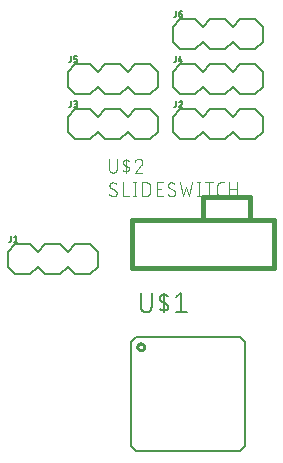
<source format=gbr>
G04 EAGLE Gerber RS-274X export*
G75*
%MOMM*%
%FSLAX34Y34*%
%LPD*%
%INSilkscreen Top*%
%IPPOS*%
%AMOC8*
5,1,8,0,0,1.08239X$1,22.5*%
G01*
%ADD10C,0.203200*%
%ADD11C,0.127000*%
%ADD12C,0.254000*%
%ADD13C,0.152400*%
%ADD14C,0.406400*%
%ADD15C,0.101600*%


D10*
X292100Y361950D02*
X298450Y368300D01*
X311150Y368300D01*
X317500Y361950D01*
X317500Y349250D02*
X311150Y342900D01*
X298450Y342900D01*
X292100Y349250D01*
X260350Y368300D02*
X247650Y368300D01*
X260350Y368300D02*
X266700Y361950D01*
X266700Y349250D02*
X260350Y342900D01*
X266700Y361950D02*
X273050Y368300D01*
X285750Y368300D01*
X292100Y361950D01*
X292100Y349250D02*
X285750Y342900D01*
X273050Y342900D01*
X266700Y349250D01*
X241300Y349250D02*
X241300Y361950D01*
X247650Y368300D01*
X241300Y349250D02*
X247650Y342900D01*
X260350Y342900D01*
X317500Y349250D02*
X317500Y361950D01*
D11*
X243544Y371277D02*
X243544Y375031D01*
X243543Y371277D02*
X243541Y371212D01*
X243535Y371148D01*
X243525Y371084D01*
X243512Y371020D01*
X243494Y370958D01*
X243473Y370897D01*
X243449Y370837D01*
X243420Y370779D01*
X243388Y370722D01*
X243353Y370668D01*
X243315Y370616D01*
X243273Y370566D01*
X243229Y370519D01*
X243182Y370475D01*
X243132Y370433D01*
X243080Y370395D01*
X243026Y370360D01*
X242969Y370328D01*
X242911Y370299D01*
X242851Y370275D01*
X242790Y370254D01*
X242728Y370236D01*
X242664Y370223D01*
X242600Y370213D01*
X242536Y370207D01*
X242471Y370205D01*
X241935Y370205D01*
X246492Y373959D02*
X247832Y375031D01*
X247832Y370205D01*
X246492Y370205D02*
X249173Y370205D01*
D10*
X431800Y476250D02*
X438150Y482600D01*
X450850Y482600D01*
X457200Y476250D01*
X457200Y463550D02*
X450850Y457200D01*
X438150Y457200D01*
X431800Y463550D01*
X400050Y482600D02*
X387350Y482600D01*
X400050Y482600D02*
X406400Y476250D01*
X406400Y463550D02*
X400050Y457200D01*
X406400Y476250D02*
X412750Y482600D01*
X425450Y482600D01*
X431800Y476250D01*
X431800Y463550D02*
X425450Y457200D01*
X412750Y457200D01*
X406400Y463550D01*
X381000Y463550D02*
X381000Y476250D01*
X387350Y482600D01*
X381000Y463550D02*
X387350Y457200D01*
X400050Y457200D01*
X457200Y463550D02*
X457200Y476250D01*
D11*
X383244Y485577D02*
X383244Y489331D01*
X383243Y485577D02*
X383241Y485512D01*
X383235Y485448D01*
X383225Y485384D01*
X383212Y485320D01*
X383194Y485258D01*
X383173Y485197D01*
X383149Y485137D01*
X383120Y485079D01*
X383088Y485022D01*
X383053Y484968D01*
X383015Y484916D01*
X382973Y484866D01*
X382929Y484819D01*
X382882Y484775D01*
X382832Y484733D01*
X382780Y484695D01*
X382726Y484660D01*
X382669Y484628D01*
X382611Y484599D01*
X382551Y484575D01*
X382490Y484554D01*
X382428Y484536D01*
X382364Y484523D01*
X382300Y484513D01*
X382236Y484507D01*
X382171Y484505D01*
X381635Y484505D01*
X387666Y489331D02*
X387734Y489329D01*
X387801Y489323D01*
X387868Y489314D01*
X387935Y489301D01*
X388000Y489284D01*
X388065Y489263D01*
X388128Y489239D01*
X388190Y489211D01*
X388250Y489180D01*
X388308Y489146D01*
X388364Y489108D01*
X388419Y489068D01*
X388470Y489024D01*
X388519Y488977D01*
X388566Y488928D01*
X388610Y488877D01*
X388650Y488822D01*
X388688Y488766D01*
X388722Y488708D01*
X388753Y488648D01*
X388781Y488586D01*
X388805Y488523D01*
X388826Y488458D01*
X388843Y488393D01*
X388856Y488326D01*
X388865Y488259D01*
X388871Y488192D01*
X388873Y488124D01*
X387666Y489331D02*
X387588Y489329D01*
X387510Y489323D01*
X387433Y489313D01*
X387356Y489300D01*
X387280Y489282D01*
X387205Y489261D01*
X387131Y489236D01*
X387059Y489207D01*
X386988Y489175D01*
X386919Y489139D01*
X386851Y489100D01*
X386786Y489057D01*
X386723Y489011D01*
X386662Y488962D01*
X386604Y488910D01*
X386549Y488855D01*
X386496Y488798D01*
X386447Y488738D01*
X386400Y488675D01*
X386357Y488611D01*
X386317Y488544D01*
X386280Y488475D01*
X386247Y488404D01*
X386217Y488332D01*
X386191Y488259D01*
X388471Y487186D02*
X388520Y487235D01*
X388567Y487287D01*
X388610Y487342D01*
X388651Y487399D01*
X388689Y487458D01*
X388723Y487519D01*
X388754Y487582D01*
X388782Y487646D01*
X388806Y487712D01*
X388826Y487778D01*
X388843Y487846D01*
X388856Y487915D01*
X388865Y487984D01*
X388871Y488054D01*
X388873Y488124D01*
X388471Y487186D02*
X386192Y484505D01*
X388873Y484505D01*
D10*
X349250Y482600D02*
X342900Y476250D01*
X349250Y482600D02*
X361950Y482600D01*
X368300Y476250D01*
X368300Y463550D02*
X361950Y457200D01*
X349250Y457200D01*
X342900Y463550D01*
X311150Y482600D02*
X298450Y482600D01*
X311150Y482600D02*
X317500Y476250D01*
X317500Y463550D02*
X311150Y457200D01*
X317500Y476250D02*
X323850Y482600D01*
X336550Y482600D01*
X342900Y476250D01*
X342900Y463550D02*
X336550Y457200D01*
X323850Y457200D01*
X317500Y463550D01*
X292100Y463550D02*
X292100Y476250D01*
X298450Y482600D01*
X292100Y463550D02*
X298450Y457200D01*
X311150Y457200D01*
X368300Y463550D02*
X368300Y476250D01*
D11*
X294344Y485577D02*
X294344Y489331D01*
X294343Y485577D02*
X294341Y485512D01*
X294335Y485448D01*
X294325Y485384D01*
X294312Y485320D01*
X294294Y485258D01*
X294273Y485197D01*
X294249Y485137D01*
X294220Y485079D01*
X294188Y485022D01*
X294153Y484968D01*
X294115Y484916D01*
X294073Y484866D01*
X294029Y484819D01*
X293982Y484775D01*
X293932Y484733D01*
X293880Y484695D01*
X293826Y484660D01*
X293769Y484628D01*
X293711Y484599D01*
X293651Y484575D01*
X293590Y484554D01*
X293528Y484536D01*
X293464Y484523D01*
X293400Y484513D01*
X293336Y484507D01*
X293271Y484505D01*
X292735Y484505D01*
X297292Y484505D02*
X298632Y484505D01*
X298703Y484507D01*
X298775Y484513D01*
X298845Y484522D01*
X298915Y484535D01*
X298985Y484552D01*
X299053Y484573D01*
X299120Y484597D01*
X299186Y484625D01*
X299250Y484656D01*
X299313Y484691D01*
X299373Y484729D01*
X299432Y484770D01*
X299488Y484814D01*
X299542Y484861D01*
X299593Y484910D01*
X299641Y484963D01*
X299687Y485018D01*
X299729Y485075D01*
X299769Y485135D01*
X299805Y485196D01*
X299838Y485260D01*
X299867Y485325D01*
X299893Y485391D01*
X299916Y485459D01*
X299935Y485528D01*
X299950Y485598D01*
X299961Y485668D01*
X299969Y485739D01*
X299973Y485810D01*
X299973Y485882D01*
X299969Y485953D01*
X299961Y486024D01*
X299950Y486094D01*
X299935Y486164D01*
X299916Y486233D01*
X299893Y486301D01*
X299867Y486367D01*
X299838Y486432D01*
X299805Y486496D01*
X299769Y486557D01*
X299729Y486617D01*
X299687Y486674D01*
X299641Y486729D01*
X299593Y486782D01*
X299542Y486831D01*
X299488Y486878D01*
X299432Y486922D01*
X299373Y486963D01*
X299313Y487001D01*
X299250Y487036D01*
X299186Y487067D01*
X299120Y487095D01*
X299053Y487119D01*
X298985Y487140D01*
X298915Y487157D01*
X298845Y487170D01*
X298775Y487179D01*
X298703Y487185D01*
X298632Y487187D01*
X298900Y489331D02*
X297292Y489331D01*
X298900Y489331D02*
X298965Y489329D01*
X299029Y489323D01*
X299093Y489313D01*
X299157Y489300D01*
X299219Y489282D01*
X299280Y489261D01*
X299340Y489237D01*
X299398Y489208D01*
X299455Y489176D01*
X299509Y489141D01*
X299561Y489103D01*
X299611Y489061D01*
X299658Y489017D01*
X299702Y488970D01*
X299744Y488920D01*
X299782Y488868D01*
X299817Y488814D01*
X299849Y488757D01*
X299878Y488699D01*
X299902Y488639D01*
X299923Y488578D01*
X299941Y488516D01*
X299954Y488452D01*
X299964Y488388D01*
X299970Y488324D01*
X299972Y488259D01*
X299970Y488194D01*
X299964Y488130D01*
X299954Y488066D01*
X299941Y488002D01*
X299923Y487940D01*
X299902Y487879D01*
X299878Y487819D01*
X299849Y487761D01*
X299817Y487704D01*
X299782Y487650D01*
X299744Y487598D01*
X299702Y487548D01*
X299658Y487501D01*
X299611Y487457D01*
X299561Y487415D01*
X299509Y487377D01*
X299455Y487342D01*
X299398Y487310D01*
X299340Y487281D01*
X299280Y487257D01*
X299219Y487236D01*
X299157Y487218D01*
X299093Y487205D01*
X299029Y487195D01*
X298965Y487189D01*
X298900Y487187D01*
X298900Y487186D02*
X297828Y487186D01*
D10*
X431800Y514350D02*
X438150Y520700D01*
X450850Y520700D01*
X457200Y514350D01*
X457200Y501650D02*
X450850Y495300D01*
X438150Y495300D01*
X431800Y501650D01*
X400050Y520700D02*
X387350Y520700D01*
X400050Y520700D02*
X406400Y514350D01*
X406400Y501650D02*
X400050Y495300D01*
X406400Y514350D02*
X412750Y520700D01*
X425450Y520700D01*
X431800Y514350D01*
X431800Y501650D02*
X425450Y495300D01*
X412750Y495300D01*
X406400Y501650D01*
X381000Y501650D02*
X381000Y514350D01*
X387350Y520700D01*
X381000Y501650D02*
X387350Y495300D01*
X400050Y495300D01*
X457200Y501650D02*
X457200Y514350D01*
D11*
X383244Y523677D02*
X383244Y527431D01*
X383243Y523677D02*
X383241Y523612D01*
X383235Y523548D01*
X383225Y523484D01*
X383212Y523420D01*
X383194Y523358D01*
X383173Y523297D01*
X383149Y523237D01*
X383120Y523179D01*
X383088Y523122D01*
X383053Y523068D01*
X383015Y523016D01*
X382973Y522966D01*
X382929Y522919D01*
X382882Y522875D01*
X382832Y522833D01*
X382780Y522795D01*
X382726Y522760D01*
X382669Y522728D01*
X382611Y522699D01*
X382551Y522675D01*
X382490Y522654D01*
X382428Y522636D01*
X382364Y522623D01*
X382300Y522613D01*
X382236Y522607D01*
X382171Y522605D01*
X381635Y522605D01*
X386192Y523677D02*
X387264Y527431D01*
X386192Y523677D02*
X388873Y523677D01*
X388068Y522605D02*
X388068Y524750D01*
D10*
X349250Y520700D02*
X342900Y514350D01*
X349250Y520700D02*
X361950Y520700D01*
X368300Y514350D01*
X368300Y501650D02*
X361950Y495300D01*
X349250Y495300D01*
X342900Y501650D01*
X311150Y520700D02*
X298450Y520700D01*
X311150Y520700D02*
X317500Y514350D01*
X317500Y501650D02*
X311150Y495300D01*
X317500Y514350D02*
X323850Y520700D01*
X336550Y520700D01*
X342900Y514350D01*
X342900Y501650D02*
X336550Y495300D01*
X323850Y495300D01*
X317500Y501650D01*
X292100Y501650D02*
X292100Y514350D01*
X298450Y520700D01*
X292100Y501650D02*
X298450Y495300D01*
X311150Y495300D01*
X368300Y501650D02*
X368300Y514350D01*
D11*
X294344Y523677D02*
X294344Y527431D01*
X294343Y523677D02*
X294341Y523612D01*
X294335Y523548D01*
X294325Y523484D01*
X294312Y523420D01*
X294294Y523358D01*
X294273Y523297D01*
X294249Y523237D01*
X294220Y523179D01*
X294188Y523122D01*
X294153Y523068D01*
X294115Y523016D01*
X294073Y522966D01*
X294029Y522919D01*
X293982Y522875D01*
X293932Y522833D01*
X293880Y522795D01*
X293826Y522760D01*
X293769Y522728D01*
X293711Y522699D01*
X293651Y522675D01*
X293590Y522654D01*
X293528Y522636D01*
X293464Y522623D01*
X293400Y522613D01*
X293336Y522607D01*
X293271Y522605D01*
X292735Y522605D01*
X297292Y522605D02*
X298900Y522605D01*
X298965Y522607D01*
X299029Y522613D01*
X299093Y522623D01*
X299157Y522636D01*
X299219Y522654D01*
X299280Y522675D01*
X299340Y522699D01*
X299398Y522728D01*
X299455Y522760D01*
X299509Y522795D01*
X299561Y522833D01*
X299611Y522875D01*
X299658Y522919D01*
X299702Y522966D01*
X299744Y523016D01*
X299782Y523068D01*
X299817Y523122D01*
X299849Y523179D01*
X299878Y523237D01*
X299902Y523297D01*
X299923Y523358D01*
X299941Y523420D01*
X299954Y523484D01*
X299964Y523548D01*
X299970Y523612D01*
X299972Y523677D01*
X299973Y523677D02*
X299973Y524214D01*
X299972Y524214D02*
X299970Y524279D01*
X299964Y524343D01*
X299954Y524407D01*
X299941Y524471D01*
X299923Y524533D01*
X299902Y524594D01*
X299878Y524654D01*
X299849Y524712D01*
X299817Y524769D01*
X299782Y524823D01*
X299744Y524875D01*
X299702Y524925D01*
X299658Y524972D01*
X299611Y525016D01*
X299561Y525058D01*
X299509Y525096D01*
X299455Y525131D01*
X299398Y525163D01*
X299340Y525192D01*
X299280Y525216D01*
X299219Y525237D01*
X299157Y525255D01*
X299093Y525268D01*
X299029Y525278D01*
X298965Y525284D01*
X298900Y525286D01*
X297292Y525286D01*
X297292Y527431D01*
X299973Y527431D01*
D10*
X431800Y552450D02*
X438150Y558800D01*
X450850Y558800D01*
X457200Y552450D01*
X457200Y539750D02*
X450850Y533400D01*
X438150Y533400D01*
X431800Y539750D01*
X400050Y558800D02*
X387350Y558800D01*
X400050Y558800D02*
X406400Y552450D01*
X406400Y539750D02*
X400050Y533400D01*
X406400Y552450D02*
X412750Y558800D01*
X425450Y558800D01*
X431800Y552450D01*
X431800Y539750D02*
X425450Y533400D01*
X412750Y533400D01*
X406400Y539750D01*
X381000Y539750D02*
X381000Y552450D01*
X387350Y558800D01*
X381000Y539750D02*
X387350Y533400D01*
X400050Y533400D01*
X457200Y539750D02*
X457200Y552450D01*
D11*
X383244Y561777D02*
X383244Y565531D01*
X383243Y561777D02*
X383241Y561712D01*
X383235Y561648D01*
X383225Y561584D01*
X383212Y561520D01*
X383194Y561458D01*
X383173Y561397D01*
X383149Y561337D01*
X383120Y561279D01*
X383088Y561222D01*
X383053Y561168D01*
X383015Y561116D01*
X382973Y561066D01*
X382929Y561019D01*
X382882Y560975D01*
X382832Y560933D01*
X382780Y560895D01*
X382726Y560860D01*
X382669Y560828D01*
X382611Y560799D01*
X382551Y560775D01*
X382490Y560754D01*
X382428Y560736D01*
X382364Y560723D01*
X382300Y560713D01*
X382236Y560707D01*
X382171Y560705D01*
X381635Y560705D01*
X386192Y563386D02*
X387800Y563386D01*
X387865Y563384D01*
X387929Y563378D01*
X387993Y563368D01*
X388057Y563355D01*
X388119Y563337D01*
X388180Y563316D01*
X388240Y563292D01*
X388298Y563263D01*
X388355Y563231D01*
X388409Y563196D01*
X388461Y563158D01*
X388511Y563116D01*
X388558Y563072D01*
X388602Y563025D01*
X388644Y562975D01*
X388682Y562923D01*
X388717Y562869D01*
X388749Y562812D01*
X388778Y562754D01*
X388802Y562694D01*
X388823Y562633D01*
X388841Y562571D01*
X388854Y562507D01*
X388864Y562443D01*
X388870Y562379D01*
X388872Y562314D01*
X388873Y562314D02*
X388873Y562046D01*
X388871Y561975D01*
X388865Y561903D01*
X388856Y561833D01*
X388843Y561763D01*
X388826Y561693D01*
X388805Y561625D01*
X388781Y561558D01*
X388753Y561492D01*
X388722Y561428D01*
X388687Y561365D01*
X388649Y561305D01*
X388608Y561246D01*
X388564Y561190D01*
X388517Y561136D01*
X388468Y561085D01*
X388415Y561037D01*
X388360Y560991D01*
X388303Y560949D01*
X388243Y560909D01*
X388182Y560873D01*
X388118Y560840D01*
X388053Y560811D01*
X387987Y560785D01*
X387919Y560762D01*
X387850Y560743D01*
X387780Y560728D01*
X387710Y560717D01*
X387639Y560709D01*
X387568Y560705D01*
X387496Y560705D01*
X387425Y560709D01*
X387354Y560717D01*
X387284Y560728D01*
X387214Y560743D01*
X387145Y560762D01*
X387077Y560785D01*
X387011Y560811D01*
X386946Y560840D01*
X386882Y560873D01*
X386821Y560909D01*
X386761Y560949D01*
X386704Y560991D01*
X386649Y561037D01*
X386596Y561085D01*
X386547Y561136D01*
X386500Y561190D01*
X386456Y561246D01*
X386415Y561305D01*
X386377Y561365D01*
X386342Y561428D01*
X386311Y561492D01*
X386283Y561558D01*
X386259Y561625D01*
X386238Y561693D01*
X386221Y561763D01*
X386208Y561833D01*
X386199Y561903D01*
X386193Y561975D01*
X386191Y562046D01*
X386192Y562046D02*
X386192Y563386D01*
X386194Y563477D01*
X386200Y563568D01*
X386209Y563658D01*
X386223Y563749D01*
X386240Y563838D01*
X386261Y563926D01*
X386286Y564014D01*
X386315Y564101D01*
X386347Y564186D01*
X386382Y564270D01*
X386422Y564352D01*
X386464Y564432D01*
X386510Y564511D01*
X386560Y564587D01*
X386612Y564661D01*
X386668Y564734D01*
X386727Y564803D01*
X386788Y564870D01*
X386853Y564935D01*
X386920Y564996D01*
X386989Y565055D01*
X387061Y565111D01*
X387136Y565163D01*
X387212Y565213D01*
X387291Y565259D01*
X387371Y565301D01*
X387453Y565341D01*
X387537Y565376D01*
X387622Y565408D01*
X387709Y565437D01*
X387796Y565462D01*
X387885Y565483D01*
X387974Y565500D01*
X388065Y565514D01*
X388155Y565523D01*
X388246Y565529D01*
X388337Y565531D01*
D10*
X349700Y289300D02*
X345700Y285300D01*
X349700Y289300D02*
X437700Y289300D01*
X441700Y285300D01*
X441700Y197300D01*
X437700Y193300D01*
X349700Y193300D01*
X345700Y197300D01*
X345700Y285300D01*
D12*
X350873Y281300D02*
X350875Y281406D01*
X350881Y281511D01*
X350891Y281617D01*
X350905Y281721D01*
X350922Y281826D01*
X350944Y281929D01*
X350969Y282032D01*
X350999Y282133D01*
X351032Y282234D01*
X351068Y282333D01*
X351109Y282430D01*
X351153Y282527D01*
X351201Y282621D01*
X351252Y282714D01*
X351306Y282804D01*
X351364Y282893D01*
X351425Y282979D01*
X351490Y283063D01*
X351557Y283144D01*
X351628Y283223D01*
X351701Y283299D01*
X351777Y283372D01*
X351856Y283443D01*
X351937Y283510D01*
X352021Y283575D01*
X352107Y283636D01*
X352196Y283694D01*
X352287Y283748D01*
X352379Y283799D01*
X352473Y283847D01*
X352570Y283891D01*
X352667Y283932D01*
X352766Y283968D01*
X352867Y284001D01*
X352968Y284031D01*
X353071Y284056D01*
X353174Y284078D01*
X353279Y284095D01*
X353383Y284109D01*
X353489Y284119D01*
X353594Y284125D01*
X353700Y284127D01*
X353806Y284125D01*
X353911Y284119D01*
X354017Y284109D01*
X354121Y284095D01*
X354226Y284078D01*
X354329Y284056D01*
X354432Y284031D01*
X354533Y284001D01*
X354634Y283968D01*
X354733Y283932D01*
X354830Y283891D01*
X354927Y283847D01*
X355021Y283799D01*
X355114Y283748D01*
X355204Y283694D01*
X355293Y283636D01*
X355379Y283575D01*
X355463Y283510D01*
X355544Y283443D01*
X355623Y283372D01*
X355699Y283299D01*
X355772Y283223D01*
X355843Y283144D01*
X355910Y283063D01*
X355975Y282979D01*
X356036Y282893D01*
X356094Y282804D01*
X356148Y282713D01*
X356199Y282621D01*
X356247Y282527D01*
X356291Y282430D01*
X356332Y282333D01*
X356368Y282234D01*
X356401Y282133D01*
X356431Y282032D01*
X356456Y281929D01*
X356478Y281826D01*
X356495Y281721D01*
X356509Y281617D01*
X356519Y281511D01*
X356525Y281406D01*
X356527Y281300D01*
X356525Y281194D01*
X356519Y281089D01*
X356509Y280983D01*
X356495Y280879D01*
X356478Y280774D01*
X356456Y280671D01*
X356431Y280568D01*
X356401Y280467D01*
X356368Y280366D01*
X356332Y280267D01*
X356291Y280170D01*
X356247Y280073D01*
X356199Y279979D01*
X356148Y279886D01*
X356094Y279796D01*
X356036Y279707D01*
X355975Y279621D01*
X355910Y279537D01*
X355843Y279456D01*
X355772Y279377D01*
X355699Y279301D01*
X355623Y279228D01*
X355544Y279157D01*
X355463Y279090D01*
X355379Y279025D01*
X355293Y278964D01*
X355204Y278906D01*
X355113Y278852D01*
X355021Y278801D01*
X354927Y278753D01*
X354830Y278709D01*
X354733Y278668D01*
X354634Y278632D01*
X354533Y278599D01*
X354432Y278569D01*
X354329Y278544D01*
X354226Y278522D01*
X354121Y278505D01*
X354017Y278491D01*
X353911Y278481D01*
X353806Y278475D01*
X353700Y278473D01*
X353594Y278475D01*
X353489Y278481D01*
X353383Y278491D01*
X353279Y278505D01*
X353174Y278522D01*
X353071Y278544D01*
X352968Y278569D01*
X352867Y278599D01*
X352766Y278632D01*
X352667Y278668D01*
X352570Y278709D01*
X352473Y278753D01*
X352379Y278801D01*
X352286Y278852D01*
X352196Y278906D01*
X352107Y278964D01*
X352021Y279025D01*
X351937Y279090D01*
X351856Y279157D01*
X351777Y279228D01*
X351701Y279301D01*
X351628Y279377D01*
X351557Y279456D01*
X351490Y279537D01*
X351425Y279621D01*
X351364Y279707D01*
X351306Y279796D01*
X351252Y279887D01*
X351201Y279979D01*
X351153Y280073D01*
X351109Y280170D01*
X351068Y280267D01*
X351032Y280366D01*
X350999Y280467D01*
X350969Y280568D01*
X350944Y280671D01*
X350922Y280774D01*
X350905Y280879D01*
X350891Y280983D01*
X350881Y281089D01*
X350875Y281194D01*
X350873Y281300D01*
D13*
X353822Y315158D02*
X353822Y326898D01*
X353822Y315158D02*
X353824Y315025D01*
X353830Y314893D01*
X353840Y314761D01*
X353853Y314629D01*
X353871Y314497D01*
X353892Y314367D01*
X353917Y314236D01*
X353946Y314107D01*
X353979Y313979D01*
X354015Y313851D01*
X354055Y313725D01*
X354099Y313600D01*
X354147Y313476D01*
X354198Y313354D01*
X354253Y313233D01*
X354311Y313114D01*
X354373Y312996D01*
X354438Y312881D01*
X354507Y312767D01*
X354578Y312656D01*
X354654Y312547D01*
X354732Y312440D01*
X354813Y312335D01*
X354898Y312233D01*
X354985Y312133D01*
X355075Y312036D01*
X355168Y311941D01*
X355264Y311850D01*
X355362Y311761D01*
X355463Y311675D01*
X355567Y311592D01*
X355673Y311512D01*
X355781Y311436D01*
X355891Y311362D01*
X356004Y311292D01*
X356118Y311225D01*
X356235Y311162D01*
X356353Y311102D01*
X356473Y311045D01*
X356595Y310992D01*
X356718Y310943D01*
X356842Y310897D01*
X356968Y310855D01*
X357095Y310817D01*
X357223Y310782D01*
X357352Y310751D01*
X357481Y310724D01*
X357612Y310701D01*
X357743Y310681D01*
X357875Y310666D01*
X358007Y310654D01*
X358139Y310646D01*
X358272Y310642D01*
X358404Y310642D01*
X358537Y310646D01*
X358669Y310654D01*
X358801Y310666D01*
X358933Y310681D01*
X359064Y310701D01*
X359195Y310724D01*
X359324Y310751D01*
X359453Y310782D01*
X359581Y310817D01*
X359708Y310855D01*
X359834Y310897D01*
X359958Y310943D01*
X360081Y310992D01*
X360203Y311045D01*
X360323Y311102D01*
X360441Y311162D01*
X360558Y311225D01*
X360672Y311292D01*
X360785Y311362D01*
X360895Y311436D01*
X361003Y311512D01*
X361109Y311592D01*
X361213Y311675D01*
X361314Y311761D01*
X361412Y311850D01*
X361508Y311941D01*
X361601Y312036D01*
X361691Y312133D01*
X361778Y312233D01*
X361863Y312335D01*
X361944Y312440D01*
X362022Y312547D01*
X362098Y312656D01*
X362169Y312767D01*
X362238Y312881D01*
X362303Y312996D01*
X362365Y313114D01*
X362423Y313233D01*
X362478Y313354D01*
X362529Y313476D01*
X362577Y313600D01*
X362621Y313725D01*
X362661Y313851D01*
X362697Y313979D01*
X362730Y314107D01*
X362759Y314236D01*
X362784Y314367D01*
X362805Y314497D01*
X362823Y314629D01*
X362836Y314761D01*
X362846Y314893D01*
X362852Y315025D01*
X362854Y315158D01*
X362853Y315158D02*
X362853Y326898D01*
X373448Y326898D02*
X373448Y310642D01*
X373448Y318770D02*
X371190Y320125D01*
X371190Y320124D02*
X371103Y320179D01*
X371019Y320236D01*
X370937Y320297D01*
X370857Y320360D01*
X370780Y320427D01*
X370705Y320496D01*
X370633Y320568D01*
X370564Y320643D01*
X370497Y320721D01*
X370434Y320801D01*
X370373Y320883D01*
X370316Y320967D01*
X370262Y321054D01*
X370211Y321142D01*
X370164Y321233D01*
X370120Y321325D01*
X370080Y321419D01*
X370043Y321514D01*
X370010Y321610D01*
X369981Y321708D01*
X369955Y321807D01*
X369933Y321906D01*
X369915Y322007D01*
X369900Y322108D01*
X369890Y322209D01*
X369883Y322311D01*
X369880Y322413D01*
X369881Y322515D01*
X369886Y322617D01*
X369895Y322719D01*
X369907Y322820D01*
X369924Y322921D01*
X369944Y323021D01*
X369968Y323120D01*
X369995Y323218D01*
X370027Y323315D01*
X370062Y323411D01*
X370100Y323505D01*
X370142Y323598D01*
X370188Y323690D01*
X370237Y323779D01*
X370289Y323867D01*
X370345Y323952D01*
X370404Y324036D01*
X370466Y324117D01*
X370531Y324195D01*
X370599Y324271D01*
X370669Y324345D01*
X370743Y324416D01*
X370819Y324484D01*
X370898Y324549D01*
X370979Y324611D01*
X371062Y324670D01*
X371147Y324725D01*
X371235Y324778D01*
X371324Y324827D01*
X371416Y324873D01*
X371508Y324915D01*
X371603Y324954D01*
X371699Y324989D01*
X371796Y325020D01*
X371894Y325048D01*
X371993Y325072D01*
X372093Y325092D01*
X372093Y325091D02*
X372263Y325120D01*
X372433Y325145D01*
X372604Y325166D01*
X372775Y325182D01*
X372946Y325195D01*
X373118Y325203D01*
X373290Y325207D01*
X373462Y325208D01*
X373634Y325203D01*
X373806Y325195D01*
X373977Y325183D01*
X374148Y325167D01*
X374319Y325146D01*
X374489Y325121D01*
X374659Y325093D01*
X374828Y325060D01*
X374996Y325023D01*
X375163Y324982D01*
X375329Y324937D01*
X375494Y324888D01*
X375657Y324836D01*
X375820Y324779D01*
X375981Y324718D01*
X376140Y324654D01*
X376298Y324586D01*
X376454Y324513D01*
X376609Y324438D01*
X376761Y324358D01*
X376912Y324275D01*
X377060Y324188D01*
X373448Y318770D02*
X375706Y317415D01*
X375706Y317416D02*
X375793Y317361D01*
X375877Y317304D01*
X375959Y317243D01*
X376039Y317180D01*
X376116Y317113D01*
X376191Y317044D01*
X376263Y316972D01*
X376332Y316897D01*
X376399Y316819D01*
X376462Y316739D01*
X376523Y316657D01*
X376580Y316573D01*
X376634Y316486D01*
X376685Y316398D01*
X376732Y316307D01*
X376776Y316215D01*
X376816Y316121D01*
X376853Y316026D01*
X376886Y315930D01*
X376915Y315832D01*
X376941Y315733D01*
X376963Y315634D01*
X376981Y315533D01*
X376996Y315432D01*
X377006Y315331D01*
X377013Y315229D01*
X377016Y315127D01*
X377015Y315025D01*
X377010Y314923D01*
X377001Y314821D01*
X376989Y314720D01*
X376972Y314619D01*
X376952Y314519D01*
X376928Y314420D01*
X376901Y314322D01*
X376869Y314225D01*
X376834Y314129D01*
X376796Y314035D01*
X376754Y313942D01*
X376708Y313850D01*
X376659Y313761D01*
X376607Y313673D01*
X376551Y313588D01*
X376492Y313504D01*
X376430Y313423D01*
X376365Y313345D01*
X376297Y313269D01*
X376227Y313195D01*
X376153Y313124D01*
X376077Y313056D01*
X375998Y312991D01*
X375917Y312929D01*
X375834Y312870D01*
X375749Y312815D01*
X375661Y312762D01*
X375572Y312713D01*
X375480Y312667D01*
X375388Y312625D01*
X375293Y312586D01*
X375197Y312551D01*
X375100Y312520D01*
X375002Y312492D01*
X374903Y312468D01*
X374803Y312448D01*
X374802Y312449D02*
X374632Y312420D01*
X374462Y312395D01*
X374292Y312374D01*
X374120Y312358D01*
X373949Y312345D01*
X373777Y312337D01*
X373605Y312333D01*
X373433Y312332D01*
X373261Y312337D01*
X373089Y312345D01*
X372918Y312357D01*
X372747Y312373D01*
X372576Y312394D01*
X372406Y312419D01*
X372236Y312447D01*
X372067Y312480D01*
X371899Y312517D01*
X371732Y312558D01*
X371566Y312603D01*
X371401Y312652D01*
X371238Y312704D01*
X371075Y312761D01*
X370914Y312822D01*
X370755Y312886D01*
X370597Y312955D01*
X370441Y313027D01*
X370286Y313102D01*
X370134Y313182D01*
X369983Y313265D01*
X369835Y313352D01*
X383521Y323286D02*
X388037Y326898D01*
X388037Y310642D01*
X392552Y310642D02*
X383521Y310642D01*
D14*
X446400Y388300D02*
X466400Y388300D01*
X446400Y388300D02*
X406400Y388300D01*
X346400Y388300D01*
X346400Y348300D01*
X466400Y348300D01*
X466400Y388300D01*
X406400Y388300D02*
X406400Y408300D01*
X446400Y408300D01*
X446400Y388300D01*
D15*
X326908Y432054D02*
X326908Y440492D01*
X326908Y432054D02*
X326910Y431941D01*
X326916Y431828D01*
X326926Y431715D01*
X326940Y431602D01*
X326957Y431490D01*
X326979Y431379D01*
X327004Y431269D01*
X327034Y431159D01*
X327067Y431051D01*
X327104Y430944D01*
X327144Y430838D01*
X327189Y430734D01*
X327237Y430631D01*
X327288Y430530D01*
X327343Y430431D01*
X327401Y430334D01*
X327463Y430239D01*
X327528Y430146D01*
X327596Y430056D01*
X327667Y429968D01*
X327742Y429882D01*
X327819Y429799D01*
X327899Y429719D01*
X327982Y429642D01*
X328068Y429567D01*
X328156Y429496D01*
X328246Y429428D01*
X328339Y429363D01*
X328434Y429301D01*
X328531Y429243D01*
X328630Y429188D01*
X328731Y429137D01*
X328834Y429089D01*
X328938Y429044D01*
X329044Y429004D01*
X329151Y428967D01*
X329259Y428934D01*
X329369Y428904D01*
X329479Y428879D01*
X329590Y428857D01*
X329702Y428840D01*
X329815Y428826D01*
X329928Y428816D01*
X330041Y428810D01*
X330154Y428808D01*
X330267Y428810D01*
X330380Y428816D01*
X330493Y428826D01*
X330606Y428840D01*
X330718Y428857D01*
X330829Y428879D01*
X330939Y428904D01*
X331049Y428934D01*
X331157Y428967D01*
X331264Y429004D01*
X331370Y429044D01*
X331474Y429089D01*
X331577Y429137D01*
X331678Y429188D01*
X331777Y429243D01*
X331874Y429301D01*
X331969Y429363D01*
X332062Y429428D01*
X332152Y429496D01*
X332240Y429567D01*
X332326Y429642D01*
X332409Y429719D01*
X332489Y429799D01*
X332566Y429882D01*
X332641Y429968D01*
X332712Y430056D01*
X332780Y430146D01*
X332845Y430239D01*
X332907Y430334D01*
X332965Y430431D01*
X333020Y430530D01*
X333071Y430631D01*
X333119Y430734D01*
X333164Y430838D01*
X333204Y430944D01*
X333241Y431051D01*
X333274Y431159D01*
X333304Y431269D01*
X333329Y431379D01*
X333351Y431490D01*
X333368Y431602D01*
X333382Y431715D01*
X333392Y431828D01*
X333398Y431941D01*
X333400Y432054D01*
X333399Y432054D02*
X333399Y440492D01*
X341203Y440492D02*
X341203Y428808D01*
X341203Y434650D02*
X339580Y435624D01*
X339579Y435623D02*
X339506Y435670D01*
X339435Y435719D01*
X339365Y435772D01*
X339299Y435828D01*
X339235Y435887D01*
X339173Y435948D01*
X339115Y436012D01*
X339059Y436079D01*
X339007Y436148D01*
X338957Y436220D01*
X338911Y436294D01*
X338868Y436369D01*
X338829Y436447D01*
X338793Y436526D01*
X338761Y436607D01*
X338732Y436689D01*
X338707Y436772D01*
X338686Y436856D01*
X338669Y436941D01*
X338655Y437027D01*
X338646Y437113D01*
X338640Y437200D01*
X338638Y437287D01*
X338640Y437374D01*
X338646Y437461D01*
X338656Y437547D01*
X338669Y437633D01*
X338687Y437718D01*
X338708Y437802D01*
X338733Y437885D01*
X338762Y437968D01*
X338794Y438048D01*
X338830Y438127D01*
X338869Y438205D01*
X338912Y438280D01*
X338959Y438354D01*
X339008Y438425D01*
X339061Y438495D01*
X339116Y438561D01*
X339175Y438625D01*
X339236Y438687D01*
X339301Y438746D01*
X339367Y438801D01*
X339436Y438854D01*
X339508Y438904D01*
X339581Y438950D01*
X339657Y438993D01*
X339734Y439032D01*
X339813Y439068D01*
X339894Y439101D01*
X339976Y439129D01*
X340059Y439155D01*
X340143Y439176D01*
X340229Y439193D01*
X340229Y439194D02*
X340369Y439218D01*
X340511Y439238D01*
X340652Y439254D01*
X340794Y439265D01*
X340937Y439273D01*
X341079Y439277D01*
X341222Y439278D01*
X341365Y439274D01*
X341507Y439266D01*
X341649Y439254D01*
X341791Y439238D01*
X341932Y439219D01*
X342073Y439195D01*
X342213Y439168D01*
X342352Y439136D01*
X342490Y439101D01*
X342628Y439062D01*
X342764Y439019D01*
X342898Y438973D01*
X343032Y438922D01*
X343164Y438869D01*
X343294Y438811D01*
X343423Y438750D01*
X343550Y438685D01*
X343676Y438617D01*
X343799Y438545D01*
X341203Y434650D02*
X342825Y433676D01*
X342826Y433677D02*
X342899Y433630D01*
X342970Y433581D01*
X343040Y433528D01*
X343106Y433472D01*
X343170Y433413D01*
X343232Y433352D01*
X343290Y433288D01*
X343346Y433221D01*
X343398Y433152D01*
X343448Y433080D01*
X343494Y433006D01*
X343537Y432931D01*
X343576Y432853D01*
X343612Y432774D01*
X343644Y432693D01*
X343673Y432611D01*
X343698Y432528D01*
X343719Y432444D01*
X343736Y432359D01*
X343750Y432273D01*
X343759Y432187D01*
X343765Y432100D01*
X343767Y432013D01*
X343765Y431926D01*
X343759Y431839D01*
X343749Y431753D01*
X343736Y431667D01*
X343718Y431582D01*
X343697Y431498D01*
X343672Y431415D01*
X343643Y431332D01*
X343611Y431252D01*
X343575Y431173D01*
X343536Y431095D01*
X343493Y431020D01*
X343446Y430946D01*
X343397Y430875D01*
X343344Y430805D01*
X343289Y430739D01*
X343230Y430675D01*
X343169Y430613D01*
X343104Y430554D01*
X343038Y430499D01*
X342969Y430446D01*
X342897Y430396D01*
X342824Y430350D01*
X342748Y430307D01*
X342671Y430268D01*
X342592Y430232D01*
X342511Y430199D01*
X342429Y430171D01*
X342346Y430145D01*
X342262Y430124D01*
X342177Y430107D01*
X342176Y430106D02*
X342036Y430082D01*
X341894Y430062D01*
X341753Y430046D01*
X341611Y430035D01*
X341468Y430027D01*
X341326Y430023D01*
X341183Y430022D01*
X341040Y430026D01*
X340898Y430034D01*
X340756Y430046D01*
X340614Y430062D01*
X340473Y430081D01*
X340332Y430105D01*
X340192Y430132D01*
X340053Y430164D01*
X339915Y430199D01*
X339777Y430238D01*
X339641Y430281D01*
X339507Y430327D01*
X339373Y430378D01*
X339241Y430431D01*
X339111Y430489D01*
X338982Y430550D01*
X338855Y430615D01*
X338729Y430683D01*
X338606Y430755D01*
X352195Y440492D02*
X352302Y440490D01*
X352408Y440484D01*
X352514Y440474D01*
X352620Y440461D01*
X352726Y440443D01*
X352830Y440422D01*
X352934Y440397D01*
X353037Y440368D01*
X353138Y440336D01*
X353238Y440299D01*
X353337Y440259D01*
X353435Y440216D01*
X353531Y440169D01*
X353625Y440118D01*
X353717Y440064D01*
X353807Y440007D01*
X353895Y439947D01*
X353980Y439883D01*
X354063Y439816D01*
X354144Y439746D01*
X354222Y439674D01*
X354298Y439598D01*
X354370Y439520D01*
X354440Y439439D01*
X354507Y439356D01*
X354571Y439271D01*
X354631Y439183D01*
X354688Y439093D01*
X354742Y439001D01*
X354793Y438907D01*
X354840Y438811D01*
X354883Y438713D01*
X354923Y438614D01*
X354960Y438514D01*
X354992Y438413D01*
X355021Y438310D01*
X355046Y438206D01*
X355067Y438102D01*
X355085Y437996D01*
X355098Y437890D01*
X355108Y437784D01*
X355114Y437678D01*
X355116Y437571D01*
X352195Y440492D02*
X352074Y440490D01*
X351953Y440484D01*
X351833Y440474D01*
X351712Y440461D01*
X351593Y440443D01*
X351473Y440422D01*
X351355Y440397D01*
X351238Y440368D01*
X351121Y440335D01*
X351006Y440299D01*
X350892Y440258D01*
X350779Y440215D01*
X350667Y440167D01*
X350558Y440116D01*
X350450Y440061D01*
X350343Y440003D01*
X350239Y439942D01*
X350137Y439877D01*
X350037Y439809D01*
X349939Y439738D01*
X349843Y439664D01*
X349750Y439587D01*
X349660Y439506D01*
X349572Y439423D01*
X349487Y439337D01*
X349404Y439248D01*
X349325Y439157D01*
X349248Y439063D01*
X349175Y438967D01*
X349105Y438869D01*
X349038Y438768D01*
X348974Y438665D01*
X348914Y438560D01*
X348857Y438453D01*
X348803Y438345D01*
X348753Y438235D01*
X348707Y438123D01*
X348664Y438010D01*
X348625Y437895D01*
X354143Y435299D02*
X354222Y435376D01*
X354298Y435457D01*
X354371Y435540D01*
X354441Y435625D01*
X354508Y435713D01*
X354572Y435803D01*
X354632Y435895D01*
X354689Y435990D01*
X354743Y436086D01*
X354794Y436184D01*
X354841Y436284D01*
X354885Y436386D01*
X354925Y436489D01*
X354961Y436593D01*
X354993Y436699D01*
X355022Y436805D01*
X355047Y436913D01*
X355069Y437021D01*
X355086Y437131D01*
X355100Y437240D01*
X355109Y437350D01*
X355115Y437461D01*
X355117Y437571D01*
X354142Y435299D02*
X348625Y428808D01*
X355116Y428808D01*
X333399Y411404D02*
X333397Y411305D01*
X333391Y411205D01*
X333382Y411106D01*
X333369Y411008D01*
X333352Y410910D01*
X333331Y410812D01*
X333306Y410716D01*
X333278Y410621D01*
X333246Y410527D01*
X333211Y410434D01*
X333172Y410342D01*
X333129Y410252D01*
X333084Y410164D01*
X333034Y410077D01*
X332982Y409993D01*
X332926Y409910D01*
X332868Y409830D01*
X332806Y409752D01*
X332741Y409677D01*
X332673Y409604D01*
X332603Y409534D01*
X332530Y409466D01*
X332455Y409401D01*
X332377Y409339D01*
X332297Y409281D01*
X332214Y409225D01*
X332130Y409173D01*
X332043Y409123D01*
X331955Y409078D01*
X331865Y409035D01*
X331773Y408996D01*
X331680Y408961D01*
X331586Y408929D01*
X331491Y408901D01*
X331395Y408876D01*
X331297Y408855D01*
X331199Y408838D01*
X331101Y408825D01*
X331002Y408816D01*
X330902Y408810D01*
X330803Y408808D01*
X330659Y408810D01*
X330514Y408816D01*
X330370Y408825D01*
X330227Y408838D01*
X330083Y408855D01*
X329940Y408876D01*
X329798Y408901D01*
X329657Y408929D01*
X329516Y408961D01*
X329376Y408997D01*
X329237Y409036D01*
X329099Y409079D01*
X328963Y409126D01*
X328827Y409176D01*
X328693Y409230D01*
X328561Y409287D01*
X328430Y409348D01*
X328301Y409412D01*
X328173Y409480D01*
X328047Y409550D01*
X327923Y409625D01*
X327802Y409702D01*
X327682Y409783D01*
X327564Y409866D01*
X327449Y409953D01*
X327336Y410043D01*
X327225Y410136D01*
X327117Y410231D01*
X327011Y410330D01*
X326908Y410431D01*
X327233Y417896D02*
X327235Y417995D01*
X327241Y418095D01*
X327250Y418194D01*
X327263Y418292D01*
X327280Y418390D01*
X327301Y418488D01*
X327326Y418584D01*
X327354Y418679D01*
X327386Y418773D01*
X327421Y418866D01*
X327460Y418958D01*
X327503Y419048D01*
X327548Y419136D01*
X327598Y419223D01*
X327650Y419307D01*
X327706Y419390D01*
X327764Y419470D01*
X327826Y419548D01*
X327891Y419623D01*
X327959Y419696D01*
X328029Y419766D01*
X328102Y419834D01*
X328177Y419899D01*
X328255Y419961D01*
X328335Y420019D01*
X328418Y420075D01*
X328502Y420127D01*
X328589Y420177D01*
X328677Y420222D01*
X328767Y420265D01*
X328859Y420304D01*
X328952Y420339D01*
X329046Y420371D01*
X329141Y420399D01*
X329238Y420424D01*
X329335Y420445D01*
X329433Y420462D01*
X329531Y420475D01*
X329630Y420484D01*
X329730Y420490D01*
X329829Y420492D01*
X329965Y420490D01*
X330101Y420484D01*
X330237Y420475D01*
X330373Y420462D01*
X330508Y420444D01*
X330642Y420424D01*
X330776Y420399D01*
X330910Y420371D01*
X331042Y420338D01*
X331173Y420303D01*
X331304Y420263D01*
X331433Y420220D01*
X331561Y420174D01*
X331687Y420123D01*
X331813Y420070D01*
X331936Y420012D01*
X332058Y419952D01*
X332178Y419888D01*
X332297Y419820D01*
X332413Y419750D01*
X332527Y419676D01*
X332640Y419599D01*
X332750Y419518D01*
X328531Y415624D02*
X328445Y415677D01*
X328361Y415734D01*
X328279Y415793D01*
X328199Y415856D01*
X328122Y415922D01*
X328047Y415990D01*
X327975Y416062D01*
X327906Y416136D01*
X327840Y416213D01*
X327777Y416292D01*
X327717Y416374D01*
X327660Y416458D01*
X327606Y416544D01*
X327556Y416632D01*
X327509Y416722D01*
X327465Y416813D01*
X327426Y416907D01*
X327389Y417001D01*
X327357Y417097D01*
X327328Y417195D01*
X327303Y417293D01*
X327282Y417392D01*
X327264Y417492D01*
X327251Y417592D01*
X327241Y417693D01*
X327235Y417795D01*
X327233Y417896D01*
X332101Y413676D02*
X332187Y413623D01*
X332271Y413566D01*
X332353Y413507D01*
X332433Y413444D01*
X332510Y413378D01*
X332585Y413310D01*
X332657Y413238D01*
X332726Y413164D01*
X332792Y413087D01*
X332855Y413008D01*
X332915Y412926D01*
X332972Y412842D01*
X333026Y412756D01*
X333076Y412668D01*
X333123Y412578D01*
X333167Y412487D01*
X333206Y412393D01*
X333243Y412299D01*
X333275Y412203D01*
X333304Y412105D01*
X333329Y412007D01*
X333350Y411908D01*
X333368Y411808D01*
X333381Y411708D01*
X333391Y411607D01*
X333397Y411505D01*
X333399Y411404D01*
X332101Y413676D02*
X328531Y415624D01*
X338361Y420492D02*
X338361Y408808D01*
X343553Y408808D01*
X348823Y408808D02*
X348823Y420492D01*
X347524Y408808D02*
X350121Y408808D01*
X350121Y420492D02*
X347524Y420492D01*
X355102Y420492D02*
X355102Y408808D01*
X355102Y420492D02*
X358348Y420492D01*
X358461Y420490D01*
X358574Y420484D01*
X358687Y420474D01*
X358800Y420460D01*
X358912Y420443D01*
X359023Y420421D01*
X359133Y420396D01*
X359243Y420366D01*
X359351Y420333D01*
X359458Y420296D01*
X359564Y420256D01*
X359668Y420211D01*
X359771Y420163D01*
X359872Y420112D01*
X359971Y420057D01*
X360068Y419999D01*
X360163Y419937D01*
X360256Y419872D01*
X360346Y419804D01*
X360434Y419733D01*
X360520Y419658D01*
X360603Y419581D01*
X360683Y419501D01*
X360760Y419418D01*
X360835Y419332D01*
X360906Y419244D01*
X360974Y419154D01*
X361039Y419061D01*
X361101Y418966D01*
X361159Y418869D01*
X361214Y418770D01*
X361265Y418669D01*
X361313Y418566D01*
X361358Y418462D01*
X361398Y418356D01*
X361435Y418249D01*
X361468Y418141D01*
X361498Y418031D01*
X361523Y417921D01*
X361545Y417810D01*
X361562Y417698D01*
X361576Y417585D01*
X361586Y417472D01*
X361592Y417359D01*
X361594Y417246D01*
X361593Y417246D02*
X361593Y412054D01*
X361594Y412054D02*
X361592Y411941D01*
X361586Y411828D01*
X361576Y411715D01*
X361562Y411602D01*
X361545Y411490D01*
X361523Y411379D01*
X361498Y411269D01*
X361468Y411159D01*
X361435Y411051D01*
X361398Y410944D01*
X361358Y410838D01*
X361313Y410734D01*
X361265Y410631D01*
X361214Y410530D01*
X361159Y410431D01*
X361101Y410334D01*
X361039Y410239D01*
X360974Y410146D01*
X360906Y410056D01*
X360835Y409968D01*
X360760Y409882D01*
X360683Y409799D01*
X360603Y409719D01*
X360520Y409642D01*
X360434Y409567D01*
X360346Y409496D01*
X360256Y409428D01*
X360163Y409363D01*
X360068Y409301D01*
X359971Y409243D01*
X359872Y409188D01*
X359771Y409137D01*
X359668Y409089D01*
X359564Y409044D01*
X359458Y409004D01*
X359351Y408967D01*
X359243Y408934D01*
X359133Y408904D01*
X359023Y408879D01*
X358912Y408857D01*
X358800Y408840D01*
X358687Y408826D01*
X358574Y408816D01*
X358461Y408810D01*
X358348Y408808D01*
X355102Y408808D01*
X367317Y408808D02*
X372509Y408808D01*
X367317Y408808D02*
X367317Y420492D01*
X372509Y420492D01*
X371211Y415299D02*
X367317Y415299D01*
X380333Y408808D02*
X380432Y408810D01*
X380532Y408816D01*
X380631Y408825D01*
X380729Y408838D01*
X380827Y408855D01*
X380925Y408876D01*
X381021Y408901D01*
X381116Y408929D01*
X381210Y408961D01*
X381303Y408996D01*
X381395Y409035D01*
X381485Y409078D01*
X381573Y409123D01*
X381660Y409173D01*
X381744Y409225D01*
X381827Y409281D01*
X381907Y409339D01*
X381985Y409401D01*
X382060Y409466D01*
X382133Y409534D01*
X382203Y409604D01*
X382271Y409677D01*
X382336Y409752D01*
X382398Y409830D01*
X382456Y409910D01*
X382512Y409993D01*
X382564Y410077D01*
X382614Y410164D01*
X382659Y410252D01*
X382702Y410342D01*
X382741Y410434D01*
X382776Y410527D01*
X382808Y410621D01*
X382836Y410716D01*
X382861Y410812D01*
X382882Y410910D01*
X382899Y411008D01*
X382912Y411106D01*
X382921Y411205D01*
X382927Y411305D01*
X382929Y411404D01*
X380333Y408808D02*
X380189Y408810D01*
X380044Y408816D01*
X379900Y408825D01*
X379757Y408838D01*
X379613Y408855D01*
X379470Y408876D01*
X379328Y408901D01*
X379187Y408929D01*
X379046Y408961D01*
X378906Y408997D01*
X378767Y409036D01*
X378629Y409079D01*
X378493Y409126D01*
X378357Y409176D01*
X378223Y409230D01*
X378091Y409287D01*
X377960Y409348D01*
X377831Y409412D01*
X377703Y409480D01*
X377577Y409550D01*
X377453Y409625D01*
X377332Y409702D01*
X377212Y409783D01*
X377094Y409866D01*
X376979Y409953D01*
X376866Y410043D01*
X376755Y410136D01*
X376647Y410231D01*
X376541Y410330D01*
X376438Y410431D01*
X376763Y417896D02*
X376765Y417995D01*
X376771Y418095D01*
X376780Y418194D01*
X376793Y418292D01*
X376810Y418390D01*
X376831Y418488D01*
X376856Y418584D01*
X376884Y418679D01*
X376916Y418773D01*
X376951Y418866D01*
X376990Y418958D01*
X377033Y419048D01*
X377078Y419136D01*
X377128Y419223D01*
X377180Y419307D01*
X377236Y419390D01*
X377294Y419470D01*
X377356Y419548D01*
X377421Y419623D01*
X377489Y419696D01*
X377559Y419766D01*
X377632Y419834D01*
X377707Y419899D01*
X377785Y419961D01*
X377865Y420019D01*
X377948Y420075D01*
X378032Y420127D01*
X378119Y420177D01*
X378207Y420222D01*
X378297Y420265D01*
X378389Y420304D01*
X378482Y420339D01*
X378576Y420371D01*
X378671Y420399D01*
X378768Y420424D01*
X378865Y420445D01*
X378963Y420462D01*
X379061Y420475D01*
X379160Y420484D01*
X379260Y420490D01*
X379359Y420492D01*
X379495Y420490D01*
X379631Y420484D01*
X379767Y420475D01*
X379903Y420462D01*
X380038Y420444D01*
X380172Y420424D01*
X380306Y420399D01*
X380440Y420371D01*
X380572Y420338D01*
X380703Y420303D01*
X380834Y420263D01*
X380963Y420220D01*
X381091Y420174D01*
X381217Y420123D01*
X381343Y420070D01*
X381466Y420012D01*
X381588Y419952D01*
X381708Y419888D01*
X381827Y419820D01*
X381943Y419750D01*
X382057Y419676D01*
X382170Y419599D01*
X382280Y419518D01*
X378060Y415624D02*
X377974Y415677D01*
X377890Y415734D01*
X377808Y415793D01*
X377728Y415856D01*
X377651Y415922D01*
X377576Y415990D01*
X377504Y416062D01*
X377435Y416136D01*
X377369Y416213D01*
X377306Y416292D01*
X377246Y416374D01*
X377189Y416458D01*
X377135Y416544D01*
X377085Y416632D01*
X377038Y416722D01*
X376994Y416813D01*
X376955Y416907D01*
X376918Y417001D01*
X376886Y417097D01*
X376857Y417195D01*
X376832Y417293D01*
X376811Y417392D01*
X376793Y417492D01*
X376780Y417592D01*
X376770Y417693D01*
X376764Y417795D01*
X376762Y417896D01*
X381631Y413676D02*
X381717Y413623D01*
X381801Y413566D01*
X381883Y413507D01*
X381963Y413444D01*
X382040Y413378D01*
X382115Y413310D01*
X382187Y413238D01*
X382256Y413164D01*
X382322Y413087D01*
X382385Y413008D01*
X382445Y412926D01*
X382502Y412842D01*
X382556Y412756D01*
X382606Y412668D01*
X382653Y412578D01*
X382697Y412487D01*
X382736Y412393D01*
X382773Y412299D01*
X382805Y412203D01*
X382834Y412105D01*
X382859Y412007D01*
X382880Y411908D01*
X382898Y411808D01*
X382911Y411708D01*
X382921Y411607D01*
X382927Y411505D01*
X382929Y411404D01*
X381631Y413676D02*
X378061Y415624D01*
X387064Y420492D02*
X389660Y408808D01*
X392256Y416597D01*
X394853Y408808D01*
X397449Y420492D01*
X402924Y420492D02*
X402924Y408808D01*
X401626Y408808D02*
X404223Y408808D01*
X404223Y420492D02*
X401626Y420492D01*
X411306Y420492D02*
X411306Y408808D01*
X408061Y420492D02*
X414552Y420492D01*
X421292Y408808D02*
X423889Y408808D01*
X421292Y408808D02*
X421193Y408810D01*
X421093Y408816D01*
X420994Y408825D01*
X420896Y408838D01*
X420798Y408855D01*
X420700Y408876D01*
X420604Y408901D01*
X420509Y408929D01*
X420415Y408961D01*
X420322Y408996D01*
X420230Y409035D01*
X420140Y409078D01*
X420052Y409123D01*
X419965Y409173D01*
X419881Y409225D01*
X419798Y409281D01*
X419718Y409339D01*
X419640Y409401D01*
X419565Y409466D01*
X419492Y409534D01*
X419422Y409604D01*
X419354Y409677D01*
X419289Y409752D01*
X419227Y409830D01*
X419169Y409910D01*
X419113Y409993D01*
X419061Y410077D01*
X419011Y410164D01*
X418966Y410252D01*
X418923Y410342D01*
X418884Y410434D01*
X418849Y410527D01*
X418817Y410621D01*
X418789Y410716D01*
X418764Y410812D01*
X418743Y410910D01*
X418726Y411008D01*
X418713Y411106D01*
X418704Y411205D01*
X418698Y411305D01*
X418696Y411404D01*
X418696Y417896D01*
X418698Y417995D01*
X418704Y418095D01*
X418713Y418194D01*
X418726Y418292D01*
X418743Y418390D01*
X418764Y418488D01*
X418789Y418584D01*
X418817Y418679D01*
X418849Y418773D01*
X418884Y418866D01*
X418923Y418958D01*
X418966Y419048D01*
X419011Y419136D01*
X419061Y419223D01*
X419113Y419307D01*
X419169Y419390D01*
X419227Y419470D01*
X419289Y419548D01*
X419354Y419623D01*
X419422Y419696D01*
X419492Y419766D01*
X419565Y419834D01*
X419640Y419899D01*
X419718Y419961D01*
X419798Y420019D01*
X419881Y420075D01*
X419965Y420127D01*
X420052Y420177D01*
X420140Y420222D01*
X420230Y420265D01*
X420322Y420304D01*
X420414Y420339D01*
X420509Y420371D01*
X420604Y420399D01*
X420700Y420424D01*
X420798Y420445D01*
X420896Y420462D01*
X420994Y420475D01*
X421093Y420484D01*
X421193Y420490D01*
X421292Y420492D01*
X423889Y420492D01*
X428635Y420492D02*
X428635Y408808D01*
X428635Y415299D02*
X435126Y415299D01*
X435126Y420492D02*
X435126Y408808D01*
M02*

</source>
